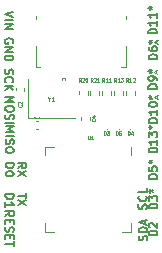
<source format=gto>
G04 #@! TF.GenerationSoftware,KiCad,Pcbnew,(5.1.12)-1*
G04 #@! TF.CreationDate,2022-08-19T23:51:52+09:00*
G04 #@! TF.ProjectId,main,6d61696e-2e6b-4696-9361-645f70636258,rev?*
G04 #@! TF.SameCoordinates,PX7e5ca20PY5e39180*
G04 #@! TF.FileFunction,Legend,Top*
G04 #@! TF.FilePolarity,Positive*
%FSLAX46Y46*%
G04 Gerber Fmt 4.6, Leading zero omitted, Abs format (unit mm)*
G04 Created by KiCad (PCBNEW (5.1.12)-1) date 2022-08-19 23:51:52*
%MOMM*%
%LPD*%
G01*
G04 APERTURE LIST*
%ADD10C,0.075000*%
%ADD11C,0.150000*%
%ADD12C,0.120000*%
%ADD13C,0.100000*%
%ADD14O,1.900000X1.900000*%
G04 APERTURE END LIST*
D10*
X14420000Y-3579047D02*
X14420000Y-3340952D01*
X14505714Y-3626666D02*
X14205714Y-3460000D01*
X14505714Y-3293333D01*
X14410000Y-6099047D02*
X14410000Y-5860952D01*
X14495714Y-6146666D02*
X14195714Y-5980000D01*
X14495714Y-5813333D01*
X14460000Y-8279047D02*
X14460000Y-8040952D01*
X14545714Y-8326666D02*
X14245714Y-8160000D01*
X14545714Y-7993333D01*
D11*
X14436666Y-2756666D02*
X13736666Y-2756666D01*
X13736666Y-2590000D01*
X13770000Y-2490000D01*
X13836666Y-2423333D01*
X13903333Y-2390000D01*
X14036666Y-2356666D01*
X14136666Y-2356666D01*
X14270000Y-2390000D01*
X14336666Y-2423333D01*
X14403333Y-2490000D01*
X14436666Y-2590000D01*
X14436666Y-2756666D01*
X14436666Y-1690000D02*
X14436666Y-2090000D01*
X14436666Y-1890000D02*
X13736666Y-1890000D01*
X13836666Y-1956666D01*
X13903333Y-2023333D01*
X13936666Y-2090000D01*
X14436666Y-1023333D02*
X14436666Y-1423333D01*
X14436666Y-1223333D02*
X13736666Y-1223333D01*
X13836666Y-1290000D01*
X13903333Y-1356666D01*
X13936666Y-1423333D01*
X13736666Y-623333D02*
X13903333Y-623333D01*
X13836666Y-790000D02*
X13903333Y-623333D01*
X13836666Y-456666D01*
X14036666Y-723333D02*
X13903333Y-623333D01*
X14036666Y-523333D01*
X14456666Y-4913333D02*
X13756666Y-4913333D01*
X13756666Y-4746666D01*
X13790000Y-4646666D01*
X13856666Y-4580000D01*
X13923333Y-4546666D01*
X14056666Y-4513333D01*
X14156666Y-4513333D01*
X14290000Y-4546666D01*
X14356666Y-4580000D01*
X14423333Y-4646666D01*
X14456666Y-4746666D01*
X14456666Y-4913333D01*
X13756666Y-3913333D02*
X13756666Y-4046666D01*
X13790000Y-4113333D01*
X13823333Y-4146666D01*
X13923333Y-4213333D01*
X14056666Y-4246666D01*
X14323333Y-4246666D01*
X14390000Y-4213333D01*
X14423333Y-4180000D01*
X14456666Y-4113333D01*
X14456666Y-3980000D01*
X14423333Y-3913333D01*
X14390000Y-3880000D01*
X14323333Y-3846666D01*
X14156666Y-3846666D01*
X14090000Y-3880000D01*
X14056666Y-3913333D01*
X14023333Y-3980000D01*
X14023333Y-4113333D01*
X14056666Y-4180000D01*
X14090000Y-4213333D01*
X14156666Y-4246666D01*
X13756666Y-3446666D02*
X13923333Y-3446666D01*
X13856666Y-3613333D02*
X13923333Y-3446666D01*
X13856666Y-3280000D01*
X14056666Y-3546666D02*
X13923333Y-3446666D01*
X14056666Y-3346666D01*
X14436666Y-7433333D02*
X13736666Y-7433333D01*
X13736666Y-7266666D01*
X13770000Y-7166666D01*
X13836666Y-7100000D01*
X13903333Y-7066666D01*
X14036666Y-7033333D01*
X14136666Y-7033333D01*
X14270000Y-7066666D01*
X14336666Y-7100000D01*
X14403333Y-7166666D01*
X14436666Y-7266666D01*
X14436666Y-7433333D01*
X14436666Y-6700000D02*
X14436666Y-6566666D01*
X14403333Y-6500000D01*
X14370000Y-6466666D01*
X14270000Y-6400000D01*
X14136666Y-6366666D01*
X13870000Y-6366666D01*
X13803333Y-6400000D01*
X13770000Y-6433333D01*
X13736666Y-6500000D01*
X13736666Y-6633333D01*
X13770000Y-6700000D01*
X13803333Y-6733333D01*
X13870000Y-6766666D01*
X14036666Y-6766666D01*
X14103333Y-6733333D01*
X14136666Y-6700000D01*
X14170000Y-6633333D01*
X14170000Y-6500000D01*
X14136666Y-6433333D01*
X14103333Y-6400000D01*
X14036666Y-6366666D01*
X13736666Y-5966666D02*
X13903333Y-5966666D01*
X13836666Y-6133333D02*
X13903333Y-5966666D01*
X13836666Y-5800000D01*
X14036666Y-6066666D02*
X13903333Y-5966666D01*
X14036666Y-5866666D01*
X14476666Y-10296666D02*
X13776666Y-10296666D01*
X13776666Y-10130000D01*
X13810000Y-10030000D01*
X13876666Y-9963333D01*
X13943333Y-9930000D01*
X14076666Y-9896666D01*
X14176666Y-9896666D01*
X14310000Y-9930000D01*
X14376666Y-9963333D01*
X14443333Y-10030000D01*
X14476666Y-10130000D01*
X14476666Y-10296666D01*
X14476666Y-9230000D02*
X14476666Y-9630000D01*
X14476666Y-9430000D02*
X13776666Y-9430000D01*
X13876666Y-9496666D01*
X13943333Y-9563333D01*
X13976666Y-9630000D01*
X13776666Y-8796666D02*
X13776666Y-8730000D01*
X13810000Y-8663333D01*
X13843333Y-8630000D01*
X13910000Y-8596666D01*
X14043333Y-8563333D01*
X14210000Y-8563333D01*
X14343333Y-8596666D01*
X14410000Y-8630000D01*
X14443333Y-8663333D01*
X14476666Y-8730000D01*
X14476666Y-8796666D01*
X14443333Y-8863333D01*
X14410000Y-8896666D01*
X14343333Y-8930000D01*
X14210000Y-8963333D01*
X14043333Y-8963333D01*
X13910000Y-8930000D01*
X13843333Y-8896666D01*
X13810000Y-8863333D01*
X13776666Y-8796666D01*
X13776666Y-8163333D02*
X13943333Y-8163333D01*
X13876666Y-8330000D02*
X13943333Y-8163333D01*
X13876666Y-7996666D01*
X14076666Y-8263333D02*
X13943333Y-8163333D01*
X14076666Y-8063333D01*
X14476666Y-12826666D02*
X13776666Y-12826666D01*
X13776666Y-12660000D01*
X13810000Y-12560000D01*
X13876666Y-12493333D01*
X13943333Y-12460000D01*
X14076666Y-12426666D01*
X14176666Y-12426666D01*
X14310000Y-12460000D01*
X14376666Y-12493333D01*
X14443333Y-12560000D01*
X14476666Y-12660000D01*
X14476666Y-12826666D01*
X14476666Y-11760000D02*
X14476666Y-12160000D01*
X14476666Y-11960000D02*
X13776666Y-11960000D01*
X13876666Y-12026666D01*
X13943333Y-12093333D01*
X13976666Y-12160000D01*
X13776666Y-11526666D02*
X13776666Y-11093333D01*
X14043333Y-11326666D01*
X14043333Y-11226666D01*
X14076666Y-11160000D01*
X14110000Y-11126666D01*
X14176666Y-11093333D01*
X14343333Y-11093333D01*
X14410000Y-11126666D01*
X14443333Y-11160000D01*
X14476666Y-11226666D01*
X14476666Y-11426666D01*
X14443333Y-11493333D01*
X14410000Y-11526666D01*
X13776666Y-10693333D02*
X13943333Y-10693333D01*
X13876666Y-10860000D02*
X13943333Y-10693333D01*
X13876666Y-10526666D01*
X14076666Y-10793333D02*
X13943333Y-10693333D01*
X14076666Y-10593333D01*
X14466666Y-15063333D02*
X13766666Y-15063333D01*
X13766666Y-14896666D01*
X13800000Y-14796666D01*
X13866666Y-14730000D01*
X13933333Y-14696666D01*
X14066666Y-14663333D01*
X14166666Y-14663333D01*
X14300000Y-14696666D01*
X14366666Y-14730000D01*
X14433333Y-14796666D01*
X14466666Y-14896666D01*
X14466666Y-15063333D01*
X13766666Y-14030000D02*
X13766666Y-14363333D01*
X14100000Y-14396666D01*
X14066666Y-14363333D01*
X14033333Y-14296666D01*
X14033333Y-14130000D01*
X14066666Y-14063333D01*
X14100000Y-14030000D01*
X14166666Y-13996666D01*
X14333333Y-13996666D01*
X14400000Y-14030000D01*
X14433333Y-14063333D01*
X14466666Y-14130000D01*
X14466666Y-14296666D01*
X14433333Y-14363333D01*
X14400000Y-14396666D01*
X13766666Y-13596666D02*
X13933333Y-13596666D01*
X13866666Y-13763333D02*
X13933333Y-13596666D01*
X13866666Y-13430000D01*
X14066666Y-13696666D02*
X13933333Y-13596666D01*
X14066666Y-13496666D01*
X13563333Y-17613333D02*
X13596666Y-17513333D01*
X13596666Y-17346666D01*
X13563333Y-17280000D01*
X13530000Y-17246666D01*
X13463333Y-17213333D01*
X13396666Y-17213333D01*
X13330000Y-17246666D01*
X13296666Y-17280000D01*
X13263333Y-17346666D01*
X13230000Y-17480000D01*
X13196666Y-17546666D01*
X13163333Y-17580000D01*
X13096666Y-17613333D01*
X13030000Y-17613333D01*
X12963333Y-17580000D01*
X12930000Y-17546666D01*
X12896666Y-17480000D01*
X12896666Y-17313333D01*
X12930000Y-17213333D01*
X13530000Y-16513333D02*
X13563333Y-16546666D01*
X13596666Y-16646666D01*
X13596666Y-16713333D01*
X13563333Y-16813333D01*
X13496666Y-16880000D01*
X13430000Y-16913333D01*
X13296666Y-16946666D01*
X13196666Y-16946666D01*
X13063333Y-16913333D01*
X12996666Y-16880000D01*
X12930000Y-16813333D01*
X12896666Y-16713333D01*
X12896666Y-16646666D01*
X12930000Y-16546666D01*
X12963333Y-16513333D01*
X13596666Y-15880000D02*
X13596666Y-16213333D01*
X12896666Y-16213333D01*
X14496666Y-17553333D02*
X13796666Y-17553333D01*
X13796666Y-17386666D01*
X13830000Y-17286666D01*
X13896666Y-17220000D01*
X13963333Y-17186666D01*
X14096666Y-17153333D01*
X14196666Y-17153333D01*
X14330000Y-17186666D01*
X14396666Y-17220000D01*
X14463333Y-17286666D01*
X14496666Y-17386666D01*
X14496666Y-17553333D01*
X13796666Y-16920000D02*
X13796666Y-16486666D01*
X14063333Y-16720000D01*
X14063333Y-16620000D01*
X14096666Y-16553333D01*
X14130000Y-16520000D01*
X14196666Y-16486666D01*
X14363333Y-16486666D01*
X14430000Y-16520000D01*
X14463333Y-16553333D01*
X14496666Y-16620000D01*
X14496666Y-16820000D01*
X14463333Y-16886666D01*
X14430000Y-16920000D01*
X13796666Y-16086666D02*
X13963333Y-16086666D01*
X13896666Y-16253333D02*
X13963333Y-16086666D01*
X13896666Y-15920000D01*
X14096666Y-16186666D02*
X13963333Y-16086666D01*
X14096666Y-15986666D01*
X1633333Y-16373333D02*
X2333333Y-16373333D01*
X2333333Y-16540000D01*
X2300000Y-16640000D01*
X2233333Y-16706666D01*
X2166666Y-16740000D01*
X2033333Y-16773333D01*
X1933333Y-16773333D01*
X1800000Y-16740000D01*
X1733333Y-16706666D01*
X1666666Y-16640000D01*
X1633333Y-16540000D01*
X1633333Y-16373333D01*
X1633333Y-17440000D02*
X1633333Y-17040000D01*
X1633333Y-17240000D02*
X2333333Y-17240000D01*
X2233333Y-17173333D01*
X2166666Y-17106666D01*
X2133333Y-17040000D01*
X1643333Y-13763333D02*
X2343333Y-13763333D01*
X2343333Y-13930000D01*
X2310000Y-14030000D01*
X2243333Y-14096666D01*
X2176666Y-14130000D01*
X2043333Y-14163333D01*
X1943333Y-14163333D01*
X1810000Y-14130000D01*
X1743333Y-14096666D01*
X1676666Y-14030000D01*
X1643333Y-13930000D01*
X1643333Y-13763333D01*
X2343333Y-14596666D02*
X2343333Y-14663333D01*
X2310000Y-14730000D01*
X2276666Y-14763333D01*
X2210000Y-14796666D01*
X2076666Y-14830000D01*
X1910000Y-14830000D01*
X1776666Y-14796666D01*
X1710000Y-14763333D01*
X1676666Y-14730000D01*
X1643333Y-14663333D01*
X1643333Y-14596666D01*
X1676666Y-14530000D01*
X1710000Y-14496666D01*
X1776666Y-14463333D01*
X1910000Y-14430000D01*
X2076666Y-14430000D01*
X2210000Y-14463333D01*
X2276666Y-14496666D01*
X2310000Y-14530000D01*
X2343333Y-14596666D01*
X13583333Y-20280000D02*
X13616666Y-20180000D01*
X13616666Y-20013333D01*
X13583333Y-19946666D01*
X13550000Y-19913333D01*
X13483333Y-19880000D01*
X13416666Y-19880000D01*
X13350000Y-19913333D01*
X13316666Y-19946666D01*
X13283333Y-20013333D01*
X13250000Y-20146666D01*
X13216666Y-20213333D01*
X13183333Y-20246666D01*
X13116666Y-20280000D01*
X13050000Y-20280000D01*
X12983333Y-20246666D01*
X12950000Y-20213333D01*
X12916666Y-20146666D01*
X12916666Y-19980000D01*
X12950000Y-19880000D01*
X13616666Y-19580000D02*
X12916666Y-19580000D01*
X12916666Y-19413333D01*
X12950000Y-19313333D01*
X13016666Y-19246666D01*
X13083333Y-19213333D01*
X13216666Y-19180000D01*
X13316666Y-19180000D01*
X13450000Y-19213333D01*
X13516666Y-19246666D01*
X13583333Y-19313333D01*
X13616666Y-19413333D01*
X13616666Y-19580000D01*
X13416666Y-18913333D02*
X13416666Y-18580000D01*
X13616666Y-18980000D02*
X12916666Y-18746666D01*
X13616666Y-18513333D01*
X14476666Y-19846666D02*
X13776666Y-19846666D01*
X13776666Y-19680000D01*
X13810000Y-19580000D01*
X13876666Y-19513333D01*
X13943333Y-19480000D01*
X14076666Y-19446666D01*
X14176666Y-19446666D01*
X14310000Y-19480000D01*
X14376666Y-19513333D01*
X14443333Y-19580000D01*
X14476666Y-19680000D01*
X14476666Y-19846666D01*
X13843333Y-19180000D02*
X13810000Y-19146666D01*
X13776666Y-19080000D01*
X13776666Y-18913333D01*
X13810000Y-18846666D01*
X13843333Y-18813333D01*
X13910000Y-18780000D01*
X13976666Y-18780000D01*
X14076666Y-18813333D01*
X14476666Y-19213333D01*
X14476666Y-18780000D01*
X1633333Y-18223333D02*
X1966666Y-17990000D01*
X1633333Y-17823333D02*
X2333333Y-17823333D01*
X2333333Y-18090000D01*
X2300000Y-18156666D01*
X2266666Y-18190000D01*
X2200000Y-18223333D01*
X2100000Y-18223333D01*
X2033333Y-18190000D01*
X2000000Y-18156666D01*
X1966666Y-18090000D01*
X1966666Y-17823333D01*
X2000000Y-18523333D02*
X2000000Y-18756666D01*
X1633333Y-18856666D02*
X1633333Y-18523333D01*
X2333333Y-18523333D01*
X2333333Y-18856666D01*
X1666666Y-19123333D02*
X1633333Y-19223333D01*
X1633333Y-19390000D01*
X1666666Y-19456666D01*
X1700000Y-19490000D01*
X1766666Y-19523333D01*
X1833333Y-19523333D01*
X1900000Y-19490000D01*
X1933333Y-19456666D01*
X1966666Y-19390000D01*
X2000000Y-19256666D01*
X2033333Y-19190000D01*
X2066666Y-19156666D01*
X2133333Y-19123333D01*
X2200000Y-19123333D01*
X2266666Y-19156666D01*
X2300000Y-19190000D01*
X2333333Y-19256666D01*
X2333333Y-19423333D01*
X2300000Y-19523333D01*
X2000000Y-19823333D02*
X2000000Y-20056666D01*
X1633333Y-20156666D02*
X1633333Y-19823333D01*
X2333333Y-19823333D01*
X2333333Y-20156666D01*
X2333333Y-20356666D02*
X2333333Y-20756666D01*
X1633333Y-20556666D02*
X2333333Y-20556666D01*
X3353333Y-16286666D02*
X3353333Y-16686666D01*
X2653333Y-16486666D02*
X3353333Y-16486666D01*
X3353333Y-16853333D02*
X2653333Y-17320000D01*
X3353333Y-17320000D02*
X2653333Y-16853333D01*
X2673333Y-14153333D02*
X3006666Y-13920000D01*
X2673333Y-13753333D02*
X3373333Y-13753333D01*
X3373333Y-14020000D01*
X3340000Y-14086666D01*
X3306666Y-14120000D01*
X3240000Y-14153333D01*
X3140000Y-14153333D01*
X3073333Y-14120000D01*
X3040000Y-14086666D01*
X3006666Y-14020000D01*
X3006666Y-13753333D01*
X3373333Y-14386666D02*
X2673333Y-14853333D01*
X3373333Y-14853333D02*
X2673333Y-14386666D01*
X1643333Y-10630000D02*
X2343333Y-10630000D01*
X1843333Y-10863333D01*
X2343333Y-11096666D01*
X1643333Y-11096666D01*
X1643333Y-11430000D02*
X2343333Y-11430000D01*
X1676666Y-11730000D02*
X1643333Y-11830000D01*
X1643333Y-11996666D01*
X1676666Y-12063333D01*
X1710000Y-12096666D01*
X1776666Y-12130000D01*
X1843333Y-12130000D01*
X1910000Y-12096666D01*
X1943333Y-12063333D01*
X1976666Y-11996666D01*
X2010000Y-11863333D01*
X2043333Y-11796666D01*
X2076666Y-11763333D01*
X2143333Y-11730000D01*
X2210000Y-11730000D01*
X2276666Y-11763333D01*
X2310000Y-11796666D01*
X2343333Y-11863333D01*
X2343333Y-12030000D01*
X2310000Y-12130000D01*
X2343333Y-12563333D02*
X2343333Y-12696666D01*
X2310000Y-12763333D01*
X2243333Y-12830000D01*
X2110000Y-12863333D01*
X1876666Y-12863333D01*
X1743333Y-12830000D01*
X1676666Y-12763333D01*
X1643333Y-12696666D01*
X1643333Y-12563333D01*
X1676666Y-12496666D01*
X1743333Y-12430000D01*
X1876666Y-12396666D01*
X2110000Y-12396666D01*
X2243333Y-12430000D01*
X2310000Y-12496666D01*
X2343333Y-12563333D01*
X1633333Y-8130000D02*
X2333333Y-8130000D01*
X1833333Y-8363333D01*
X2333333Y-8596666D01*
X1633333Y-8596666D01*
X2333333Y-9063333D02*
X2333333Y-9196666D01*
X2300000Y-9263333D01*
X2233333Y-9330000D01*
X2100000Y-9363333D01*
X1866666Y-9363333D01*
X1733333Y-9330000D01*
X1666666Y-9263333D01*
X1633333Y-9196666D01*
X1633333Y-9063333D01*
X1666666Y-8996666D01*
X1733333Y-8930000D01*
X1866666Y-8896666D01*
X2100000Y-8896666D01*
X2233333Y-8930000D01*
X2300000Y-8996666D01*
X2333333Y-9063333D01*
X1666666Y-9630000D02*
X1633333Y-9730000D01*
X1633333Y-9896666D01*
X1666666Y-9963333D01*
X1700000Y-9996666D01*
X1766666Y-10030000D01*
X1833333Y-10030000D01*
X1900000Y-9996666D01*
X1933333Y-9963333D01*
X1966666Y-9896666D01*
X2000000Y-9763333D01*
X2033333Y-9696666D01*
X2066666Y-9663333D01*
X2133333Y-9630000D01*
X2200000Y-9630000D01*
X2266666Y-9663333D01*
X2300000Y-9696666D01*
X2333333Y-9763333D01*
X2333333Y-9930000D01*
X2300000Y-10030000D01*
X1633333Y-10330000D02*
X2333333Y-10330000D01*
X1626666Y-5780000D02*
X1593333Y-5880000D01*
X1593333Y-6046666D01*
X1626666Y-6113333D01*
X1660000Y-6146666D01*
X1726666Y-6180000D01*
X1793333Y-6180000D01*
X1860000Y-6146666D01*
X1893333Y-6113333D01*
X1926666Y-6046666D01*
X1960000Y-5913333D01*
X1993333Y-5846666D01*
X2026666Y-5813333D01*
X2093333Y-5780000D01*
X2160000Y-5780000D01*
X2226666Y-5813333D01*
X2260000Y-5846666D01*
X2293333Y-5913333D01*
X2293333Y-6080000D01*
X2260000Y-6180000D01*
X1660000Y-6880000D02*
X1626666Y-6846666D01*
X1593333Y-6746666D01*
X1593333Y-6680000D01*
X1626666Y-6580000D01*
X1693333Y-6513333D01*
X1760000Y-6480000D01*
X1893333Y-6446666D01*
X1993333Y-6446666D01*
X2126666Y-6480000D01*
X2193333Y-6513333D01*
X2260000Y-6580000D01*
X2293333Y-6680000D01*
X2293333Y-6746666D01*
X2260000Y-6846666D01*
X2226666Y-6880000D01*
X1593333Y-7180000D02*
X2293333Y-7180000D01*
X1593333Y-7580000D02*
X1993333Y-7280000D01*
X2293333Y-7580000D02*
X1893333Y-7180000D01*
X2240000Y-3576666D02*
X2273333Y-3510000D01*
X2273333Y-3410000D01*
X2240000Y-3310000D01*
X2173333Y-3243333D01*
X2106666Y-3210000D01*
X1973333Y-3176666D01*
X1873333Y-3176666D01*
X1740000Y-3210000D01*
X1673333Y-3243333D01*
X1606666Y-3310000D01*
X1573333Y-3410000D01*
X1573333Y-3476666D01*
X1606666Y-3576666D01*
X1640000Y-3610000D01*
X1873333Y-3610000D01*
X1873333Y-3476666D01*
X1573333Y-3910000D02*
X2273333Y-3910000D01*
X1573333Y-4310000D01*
X2273333Y-4310000D01*
X1573333Y-4643333D02*
X2273333Y-4643333D01*
X2273333Y-4810000D01*
X2240000Y-4910000D01*
X2173333Y-4976666D01*
X2106666Y-5010000D01*
X1973333Y-5043333D01*
X1873333Y-5043333D01*
X1740000Y-5010000D01*
X1673333Y-4976666D01*
X1606666Y-4910000D01*
X1573333Y-4810000D01*
X1573333Y-4643333D01*
X2293333Y-913333D02*
X1593333Y-1146666D01*
X2293333Y-1380000D01*
X1593333Y-1613333D02*
X2293333Y-1613333D01*
X1593333Y-1946666D02*
X2293333Y-1946666D01*
X1593333Y-2346666D01*
X2293333Y-2346666D01*
D12*
G04 #@! TO.C,C2*
X3220000Y-7597836D02*
X3220000Y-7382164D01*
X2500000Y-7597836D02*
X2500000Y-7382164D01*
G04 #@! TO.C,U1*
X12240000Y-13055000D02*
X12240000Y-12330000D01*
X5020000Y-19550000D02*
X5745000Y-19550000D01*
X5020000Y-18825000D02*
X5020000Y-19550000D01*
X5020000Y-12330000D02*
X5745000Y-12330000D01*
X5020000Y-13055000D02*
X5020000Y-12330000D01*
X12240000Y-19550000D02*
X11515000Y-19550000D01*
X12240000Y-18825000D02*
X12240000Y-19550000D01*
G04 #@! TO.C,R21*
X9580000Y-7953641D02*
X9580000Y-7646359D01*
X8820000Y-7953641D02*
X8820000Y-7646359D01*
G04 #@! TO.C,R20*
X8580000Y-7953641D02*
X8580000Y-7646359D01*
X7820000Y-7953641D02*
X7820000Y-7646359D01*
G04 #@! TO.C,R13*
X11580000Y-7953641D02*
X11580000Y-7646359D01*
X10820000Y-7953641D02*
X10820000Y-7646359D01*
G04 #@! TO.C,R12*
X12580000Y-7953641D02*
X12580000Y-7646359D01*
X11820000Y-7953641D02*
X11820000Y-7646359D01*
G04 #@! TO.C,R11*
X10580000Y-7953641D02*
X10580000Y-7646359D01*
X9820000Y-7953641D02*
X9820000Y-7646359D01*
D13*
G04 #@! TO.C,D5*
X11250000Y-10890000D02*
G75*
G03*
X11250000Y-10890000I-50000J0D01*
G01*
G04 #@! TO.C,D4*
X12250000Y-10890000D02*
G75*
G03*
X12250000Y-10890000I-50000J0D01*
G01*
G04 #@! TO.C,D3*
X10250000Y-10890000D02*
G75*
G03*
X10250000Y-10890000I-50000J0D01*
G01*
D12*
G04 #@! TO.C,C4*
X8760000Y-10057836D02*
X8760000Y-9842164D01*
X8040000Y-10057836D02*
X8040000Y-9842164D01*
G04 #@! TO.C,C1*
X4212164Y-10860000D02*
X4427836Y-10860000D01*
X4212164Y-10140000D02*
X4427836Y-10140000D01*
G04 #@! TO.C,J2*
X11810000Y-1300000D02*
X11810000Y-1560000D01*
X11810000Y-3840000D02*
X11810000Y-5610000D01*
X11810000Y-5610000D02*
X11430000Y-5610000D01*
X4190000Y-5610000D02*
X4190000Y-3840000D01*
X4190000Y-1560000D02*
X4190000Y-1300000D01*
X4190000Y-5610000D02*
X4570000Y-5610000D01*
G04 #@! TO.C,Y1*
X3500000Y-9950000D02*
X7500000Y-9950000D01*
X3500000Y-6650000D02*
X3500000Y-9950000D01*
G04 #@! TO.C,C2*
D10*
X2977142Y-8810000D02*
X2991428Y-8824285D01*
X3005714Y-8867142D01*
X3005714Y-8895714D01*
X2991428Y-8938571D01*
X2962857Y-8967142D01*
X2934285Y-8981428D01*
X2877142Y-8995714D01*
X2834285Y-8995714D01*
X2777142Y-8981428D01*
X2748571Y-8967142D01*
X2720000Y-8938571D01*
X2705714Y-8895714D01*
X2705714Y-8867142D01*
X2720000Y-8824285D01*
X2734285Y-8810000D01*
X2734285Y-8695714D02*
X2720000Y-8681428D01*
X2705714Y-8652857D01*
X2705714Y-8581428D01*
X2720000Y-8552857D01*
X2734285Y-8538571D01*
X2762857Y-8524285D01*
X2791428Y-8524285D01*
X2834285Y-8538571D01*
X3005714Y-8710000D01*
X3005714Y-8524285D01*
G04 #@! TO.C,U1*
X8601428Y-11425714D02*
X8601428Y-11668571D01*
X8615714Y-11697142D01*
X8630000Y-11711428D01*
X8658571Y-11725714D01*
X8715714Y-11725714D01*
X8744285Y-11711428D01*
X8758571Y-11697142D01*
X8772857Y-11668571D01*
X8772857Y-11425714D01*
X9072857Y-11725714D02*
X8901428Y-11725714D01*
X8987142Y-11725714D02*
X8987142Y-11425714D01*
X8958571Y-11468571D01*
X8930000Y-11497142D01*
X8901428Y-11511428D01*
G04 #@! TO.C,R21*
X9007142Y-6835714D02*
X8907142Y-6692857D01*
X8835714Y-6835714D02*
X8835714Y-6535714D01*
X8950000Y-6535714D01*
X8978571Y-6550000D01*
X8992857Y-6564285D01*
X9007142Y-6592857D01*
X9007142Y-6635714D01*
X8992857Y-6664285D01*
X8978571Y-6678571D01*
X8950000Y-6692857D01*
X8835714Y-6692857D01*
X9121428Y-6564285D02*
X9135714Y-6550000D01*
X9164285Y-6535714D01*
X9235714Y-6535714D01*
X9264285Y-6550000D01*
X9278571Y-6564285D01*
X9292857Y-6592857D01*
X9292857Y-6621428D01*
X9278571Y-6664285D01*
X9107142Y-6835714D01*
X9292857Y-6835714D01*
X9578571Y-6835714D02*
X9407142Y-6835714D01*
X9492857Y-6835714D02*
X9492857Y-6535714D01*
X9464285Y-6578571D01*
X9435714Y-6607142D01*
X9407142Y-6621428D01*
G04 #@! TO.C,R20*
X8007142Y-6835714D02*
X7907142Y-6692857D01*
X7835714Y-6835714D02*
X7835714Y-6535714D01*
X7950000Y-6535714D01*
X7978571Y-6550000D01*
X7992857Y-6564285D01*
X8007142Y-6592857D01*
X8007142Y-6635714D01*
X7992857Y-6664285D01*
X7978571Y-6678571D01*
X7950000Y-6692857D01*
X7835714Y-6692857D01*
X8121428Y-6564285D02*
X8135714Y-6550000D01*
X8164285Y-6535714D01*
X8235714Y-6535714D01*
X8264285Y-6550000D01*
X8278571Y-6564285D01*
X8292857Y-6592857D01*
X8292857Y-6621428D01*
X8278571Y-6664285D01*
X8107142Y-6835714D01*
X8292857Y-6835714D01*
X8478571Y-6535714D02*
X8507142Y-6535714D01*
X8535714Y-6550000D01*
X8550000Y-6564285D01*
X8564285Y-6592857D01*
X8578571Y-6650000D01*
X8578571Y-6721428D01*
X8564285Y-6778571D01*
X8550000Y-6807142D01*
X8535714Y-6821428D01*
X8507142Y-6835714D01*
X8478571Y-6835714D01*
X8450000Y-6821428D01*
X8435714Y-6807142D01*
X8421428Y-6778571D01*
X8407142Y-6721428D01*
X8407142Y-6650000D01*
X8421428Y-6592857D01*
X8435714Y-6564285D01*
X8450000Y-6550000D01*
X8478571Y-6535714D01*
G04 #@! TO.C,R13*
X11007142Y-6835714D02*
X10907142Y-6692857D01*
X10835714Y-6835714D02*
X10835714Y-6535714D01*
X10950000Y-6535714D01*
X10978571Y-6550000D01*
X10992857Y-6564285D01*
X11007142Y-6592857D01*
X11007142Y-6635714D01*
X10992857Y-6664285D01*
X10978571Y-6678571D01*
X10950000Y-6692857D01*
X10835714Y-6692857D01*
X11292857Y-6835714D02*
X11121428Y-6835714D01*
X11207142Y-6835714D02*
X11207142Y-6535714D01*
X11178571Y-6578571D01*
X11150000Y-6607142D01*
X11121428Y-6621428D01*
X11392857Y-6535714D02*
X11578571Y-6535714D01*
X11478571Y-6650000D01*
X11521428Y-6650000D01*
X11550000Y-6664285D01*
X11564285Y-6678571D01*
X11578571Y-6707142D01*
X11578571Y-6778571D01*
X11564285Y-6807142D01*
X11550000Y-6821428D01*
X11521428Y-6835714D01*
X11435714Y-6835714D01*
X11407142Y-6821428D01*
X11392857Y-6807142D01*
G04 #@! TO.C,R12*
X12007142Y-6835714D02*
X11907142Y-6692857D01*
X11835714Y-6835714D02*
X11835714Y-6535714D01*
X11950000Y-6535714D01*
X11978571Y-6550000D01*
X11992857Y-6564285D01*
X12007142Y-6592857D01*
X12007142Y-6635714D01*
X11992857Y-6664285D01*
X11978571Y-6678571D01*
X11950000Y-6692857D01*
X11835714Y-6692857D01*
X12292857Y-6835714D02*
X12121428Y-6835714D01*
X12207142Y-6835714D02*
X12207142Y-6535714D01*
X12178571Y-6578571D01*
X12150000Y-6607142D01*
X12121428Y-6621428D01*
X12407142Y-6564285D02*
X12421428Y-6550000D01*
X12450000Y-6535714D01*
X12521428Y-6535714D01*
X12550000Y-6550000D01*
X12564285Y-6564285D01*
X12578571Y-6592857D01*
X12578571Y-6621428D01*
X12564285Y-6664285D01*
X12392857Y-6835714D01*
X12578571Y-6835714D01*
G04 #@! TO.C,R11*
X10007142Y-6835714D02*
X9907142Y-6692857D01*
X9835714Y-6835714D02*
X9835714Y-6535714D01*
X9950000Y-6535714D01*
X9978571Y-6550000D01*
X9992857Y-6564285D01*
X10007142Y-6592857D01*
X10007142Y-6635714D01*
X9992857Y-6664285D01*
X9978571Y-6678571D01*
X9950000Y-6692857D01*
X9835714Y-6692857D01*
X10292857Y-6835714D02*
X10121428Y-6835714D01*
X10207142Y-6835714D02*
X10207142Y-6535714D01*
X10178571Y-6578571D01*
X10150000Y-6607142D01*
X10121428Y-6621428D01*
X10578571Y-6835714D02*
X10407142Y-6835714D01*
X10492857Y-6835714D02*
X10492857Y-6535714D01*
X10464285Y-6578571D01*
X10435714Y-6607142D01*
X10407142Y-6621428D01*
G04 #@! TO.C,D5*
X10978571Y-11335714D02*
X10978571Y-11035714D01*
X11050000Y-11035714D01*
X11092857Y-11050000D01*
X11121428Y-11078571D01*
X11135714Y-11107142D01*
X11150000Y-11164285D01*
X11150000Y-11207142D01*
X11135714Y-11264285D01*
X11121428Y-11292857D01*
X11092857Y-11321428D01*
X11050000Y-11335714D01*
X10978571Y-11335714D01*
X11421428Y-11035714D02*
X11278571Y-11035714D01*
X11264285Y-11178571D01*
X11278571Y-11164285D01*
X11307142Y-11150000D01*
X11378571Y-11150000D01*
X11407142Y-11164285D01*
X11421428Y-11178571D01*
X11435714Y-11207142D01*
X11435714Y-11278571D01*
X11421428Y-11307142D01*
X11407142Y-11321428D01*
X11378571Y-11335714D01*
X11307142Y-11335714D01*
X11278571Y-11321428D01*
X11264285Y-11307142D01*
G04 #@! TO.C,D4*
X11978571Y-11335714D02*
X11978571Y-11035714D01*
X12050000Y-11035714D01*
X12092857Y-11050000D01*
X12121428Y-11078571D01*
X12135714Y-11107142D01*
X12150000Y-11164285D01*
X12150000Y-11207142D01*
X12135714Y-11264285D01*
X12121428Y-11292857D01*
X12092857Y-11321428D01*
X12050000Y-11335714D01*
X11978571Y-11335714D01*
X12407142Y-11135714D02*
X12407142Y-11335714D01*
X12335714Y-11021428D02*
X12264285Y-11235714D01*
X12450000Y-11235714D01*
G04 #@! TO.C,D3*
X9978571Y-11335714D02*
X9978571Y-11035714D01*
X10050000Y-11035714D01*
X10092857Y-11050000D01*
X10121428Y-11078571D01*
X10135714Y-11107142D01*
X10150000Y-11164285D01*
X10150000Y-11207142D01*
X10135714Y-11264285D01*
X10121428Y-11292857D01*
X10092857Y-11321428D01*
X10050000Y-11335714D01*
X9978571Y-11335714D01*
X10250000Y-11035714D02*
X10435714Y-11035714D01*
X10335714Y-11150000D01*
X10378571Y-11150000D01*
X10407142Y-11164285D01*
X10421428Y-11178571D01*
X10435714Y-11207142D01*
X10435714Y-11278571D01*
X10421428Y-11307142D01*
X10407142Y-11321428D01*
X10378571Y-11335714D01*
X10292857Y-11335714D01*
X10264285Y-11321428D01*
X10250000Y-11307142D01*
G04 #@! TO.C,C4*
X9207142Y-10000000D02*
X9221428Y-10014285D01*
X9235714Y-10057142D01*
X9235714Y-10085714D01*
X9221428Y-10128571D01*
X9192857Y-10157142D01*
X9164285Y-10171428D01*
X9107142Y-10185714D01*
X9064285Y-10185714D01*
X9007142Y-10171428D01*
X8978571Y-10157142D01*
X8950000Y-10128571D01*
X8935714Y-10085714D01*
X8935714Y-10057142D01*
X8950000Y-10014285D01*
X8964285Y-10000000D01*
X9035714Y-9742857D02*
X9235714Y-9742857D01*
X8921428Y-9814285D02*
X9135714Y-9885714D01*
X9135714Y-9700000D01*
G04 #@! TO.C,C1*
X4270000Y-9907142D02*
X4255714Y-9921428D01*
X4212857Y-9935714D01*
X4184285Y-9935714D01*
X4141428Y-9921428D01*
X4112857Y-9892857D01*
X4098571Y-9864285D01*
X4084285Y-9807142D01*
X4084285Y-9764285D01*
X4098571Y-9707142D01*
X4112857Y-9678571D01*
X4141428Y-9650000D01*
X4184285Y-9635714D01*
X4212857Y-9635714D01*
X4255714Y-9650000D01*
X4270000Y-9664285D01*
X4555714Y-9935714D02*
X4384285Y-9935714D01*
X4470000Y-9935714D02*
X4470000Y-9635714D01*
X4441428Y-9678571D01*
X4412857Y-9707142D01*
X4384285Y-9721428D01*
G04 #@! TO.C,J2*
X6400000Y-6535714D02*
X6400000Y-6750000D01*
X6385714Y-6792857D01*
X6357142Y-6821428D01*
X6314285Y-6835714D01*
X6285714Y-6835714D01*
X6528571Y-6564285D02*
X6542857Y-6550000D01*
X6571428Y-6535714D01*
X6642857Y-6535714D01*
X6671428Y-6550000D01*
X6685714Y-6564285D01*
X6700000Y-6592857D01*
X6700000Y-6621428D01*
X6685714Y-6664285D01*
X6514285Y-6835714D01*
X6700000Y-6835714D01*
G04 #@! TO.C,Y1*
X5357142Y-8292857D02*
X5357142Y-8435714D01*
X5257142Y-8135714D02*
X5357142Y-8292857D01*
X5457142Y-8135714D01*
X5714285Y-8435714D02*
X5542857Y-8435714D01*
X5628571Y-8435714D02*
X5628571Y-8135714D01*
X5600000Y-8178571D01*
X5571428Y-8207142D01*
X5542857Y-8221428D01*
G04 #@! TD*
%LPC*%
G04 #@! TO.C,C2*
G36*
G01*
X3080000Y-7390000D02*
X2640000Y-7390000D01*
G75*
G02*
X2450000Y-7200000I0J190000D01*
G01*
X2450000Y-6820000D01*
G75*
G02*
X2640000Y-6630000I190000J0D01*
G01*
X3080000Y-6630000D01*
G75*
G02*
X3270000Y-6820000I0J-190000D01*
G01*
X3270000Y-7200000D01*
G75*
G02*
X3080000Y-7390000I-190000J0D01*
G01*
G37*
G36*
G01*
X3080000Y-8350000D02*
X2640000Y-8350000D01*
G75*
G02*
X2450000Y-8160000I0J190000D01*
G01*
X2450000Y-7780000D01*
G75*
G02*
X2640000Y-7590000I190000J0D01*
G01*
X3080000Y-7590000D01*
G75*
G02*
X3270000Y-7780000I0J-190000D01*
G01*
X3270000Y-8160000D01*
G75*
G02*
X3080000Y-8350000I-190000J0D01*
G01*
G37*
G04 #@! TD*
G04 #@! TO.C,U1*
G36*
G01*
X6030000Y-13240000D02*
X11230000Y-13240000D01*
G75*
G02*
X11330000Y-13340000I0J-100000D01*
G01*
X11330000Y-18540000D01*
G75*
G02*
X11230000Y-18640000I-100000J0D01*
G01*
X6030000Y-18640000D01*
G75*
G02*
X5930000Y-18540000I0J100000D01*
G01*
X5930000Y-13340000D01*
G75*
G02*
X6030000Y-13240000I100000J0D01*
G01*
G37*
G36*
G01*
X11442500Y-13215000D02*
X12492500Y-13215000D01*
G75*
G02*
X12605000Y-13327500I0J-112500D01*
G01*
X12605000Y-13552500D01*
G75*
G02*
X12492500Y-13665000I-112500J0D01*
G01*
X11442500Y-13665000D01*
G75*
G02*
X11330000Y-13552500I0J112500D01*
G01*
X11330000Y-13327500D01*
G75*
G02*
X11442500Y-13215000I112500J0D01*
G01*
G37*
G36*
G01*
X11442500Y-13715000D02*
X12492500Y-13715000D01*
G75*
G02*
X12605000Y-13827500I0J-112500D01*
G01*
X12605000Y-14052500D01*
G75*
G02*
X12492500Y-14165000I-112500J0D01*
G01*
X11442500Y-14165000D01*
G75*
G02*
X11330000Y-14052500I0J112500D01*
G01*
X11330000Y-13827500D01*
G75*
G02*
X11442500Y-13715000I112500J0D01*
G01*
G37*
G36*
G01*
X11442500Y-14215000D02*
X12492500Y-14215000D01*
G75*
G02*
X12605000Y-14327500I0J-112500D01*
G01*
X12605000Y-14552500D01*
G75*
G02*
X12492500Y-14665000I-112500J0D01*
G01*
X11442500Y-14665000D01*
G75*
G02*
X11330000Y-14552500I0J112500D01*
G01*
X11330000Y-14327500D01*
G75*
G02*
X11442500Y-14215000I112500J0D01*
G01*
G37*
G36*
G01*
X11442500Y-14715000D02*
X12492500Y-14715000D01*
G75*
G02*
X12605000Y-14827500I0J-112500D01*
G01*
X12605000Y-15052500D01*
G75*
G02*
X12492500Y-15165000I-112500J0D01*
G01*
X11442500Y-15165000D01*
G75*
G02*
X11330000Y-15052500I0J112500D01*
G01*
X11330000Y-14827500D01*
G75*
G02*
X11442500Y-14715000I112500J0D01*
G01*
G37*
G36*
G01*
X11442500Y-15215000D02*
X12492500Y-15215000D01*
G75*
G02*
X12605000Y-15327500I0J-112500D01*
G01*
X12605000Y-15552500D01*
G75*
G02*
X12492500Y-15665000I-112500J0D01*
G01*
X11442500Y-15665000D01*
G75*
G02*
X11330000Y-15552500I0J112500D01*
G01*
X11330000Y-15327500D01*
G75*
G02*
X11442500Y-15215000I112500J0D01*
G01*
G37*
G36*
G01*
X11442500Y-15715000D02*
X12492500Y-15715000D01*
G75*
G02*
X12605000Y-15827500I0J-112500D01*
G01*
X12605000Y-16052500D01*
G75*
G02*
X12492500Y-16165000I-112500J0D01*
G01*
X11442500Y-16165000D01*
G75*
G02*
X11330000Y-16052500I0J112500D01*
G01*
X11330000Y-15827500D01*
G75*
G02*
X11442500Y-15715000I112500J0D01*
G01*
G37*
G36*
G01*
X11442500Y-16215000D02*
X12492500Y-16215000D01*
G75*
G02*
X12605000Y-16327500I0J-112500D01*
G01*
X12605000Y-16552500D01*
G75*
G02*
X12492500Y-16665000I-112500J0D01*
G01*
X11442500Y-16665000D01*
G75*
G02*
X11330000Y-16552500I0J112500D01*
G01*
X11330000Y-16327500D01*
G75*
G02*
X11442500Y-16215000I112500J0D01*
G01*
G37*
G36*
G01*
X11442500Y-16715000D02*
X12492500Y-16715000D01*
G75*
G02*
X12605000Y-16827500I0J-112500D01*
G01*
X12605000Y-17052500D01*
G75*
G02*
X12492500Y-17165000I-112500J0D01*
G01*
X11442500Y-17165000D01*
G75*
G02*
X11330000Y-17052500I0J112500D01*
G01*
X11330000Y-16827500D01*
G75*
G02*
X11442500Y-16715000I112500J0D01*
G01*
G37*
G36*
G01*
X11442500Y-17215000D02*
X12492500Y-17215000D01*
G75*
G02*
X12605000Y-17327500I0J-112500D01*
G01*
X12605000Y-17552500D01*
G75*
G02*
X12492500Y-17665000I-112500J0D01*
G01*
X11442500Y-17665000D01*
G75*
G02*
X11330000Y-17552500I0J112500D01*
G01*
X11330000Y-17327500D01*
G75*
G02*
X11442500Y-17215000I112500J0D01*
G01*
G37*
G36*
G01*
X11442500Y-17715000D02*
X12492500Y-17715000D01*
G75*
G02*
X12605000Y-17827500I0J-112500D01*
G01*
X12605000Y-18052500D01*
G75*
G02*
X12492500Y-18165000I-112500J0D01*
G01*
X11442500Y-18165000D01*
G75*
G02*
X11330000Y-18052500I0J112500D01*
G01*
X11330000Y-17827500D01*
G75*
G02*
X11442500Y-17715000I112500J0D01*
G01*
G37*
G36*
G01*
X11442500Y-18215000D02*
X12492500Y-18215000D01*
G75*
G02*
X12605000Y-18327500I0J-112500D01*
G01*
X12605000Y-18552500D01*
G75*
G02*
X12492500Y-18665000I-112500J0D01*
G01*
X11442500Y-18665000D01*
G75*
G02*
X11330000Y-18552500I0J112500D01*
G01*
X11330000Y-18327500D01*
G75*
G02*
X11442500Y-18215000I112500J0D01*
G01*
G37*
G36*
G01*
X11017500Y-18640000D02*
X11242500Y-18640000D01*
G75*
G02*
X11355000Y-18752500I0J-112500D01*
G01*
X11355000Y-19802500D01*
G75*
G02*
X11242500Y-19915000I-112500J0D01*
G01*
X11017500Y-19915000D01*
G75*
G02*
X10905000Y-19802500I0J112500D01*
G01*
X10905000Y-18752500D01*
G75*
G02*
X11017500Y-18640000I112500J0D01*
G01*
G37*
G36*
G01*
X10517500Y-18640000D02*
X10742500Y-18640000D01*
G75*
G02*
X10855000Y-18752500I0J-112500D01*
G01*
X10855000Y-19802500D01*
G75*
G02*
X10742500Y-19915000I-112500J0D01*
G01*
X10517500Y-19915000D01*
G75*
G02*
X10405000Y-19802500I0J112500D01*
G01*
X10405000Y-18752500D01*
G75*
G02*
X10517500Y-18640000I112500J0D01*
G01*
G37*
G36*
G01*
X10017500Y-18640000D02*
X10242500Y-18640000D01*
G75*
G02*
X10355000Y-18752500I0J-112500D01*
G01*
X10355000Y-19802500D01*
G75*
G02*
X10242500Y-19915000I-112500J0D01*
G01*
X10017500Y-19915000D01*
G75*
G02*
X9905000Y-19802500I0J112500D01*
G01*
X9905000Y-18752500D01*
G75*
G02*
X10017500Y-18640000I112500J0D01*
G01*
G37*
G36*
G01*
X9517500Y-18640000D02*
X9742500Y-18640000D01*
G75*
G02*
X9855000Y-18752500I0J-112500D01*
G01*
X9855000Y-19802500D01*
G75*
G02*
X9742500Y-19915000I-112500J0D01*
G01*
X9517500Y-19915000D01*
G75*
G02*
X9405000Y-19802500I0J112500D01*
G01*
X9405000Y-18752500D01*
G75*
G02*
X9517500Y-18640000I112500J0D01*
G01*
G37*
G36*
G01*
X9017500Y-18640000D02*
X9242500Y-18640000D01*
G75*
G02*
X9355000Y-18752500I0J-112500D01*
G01*
X9355000Y-19802500D01*
G75*
G02*
X9242500Y-19915000I-112500J0D01*
G01*
X9017500Y-19915000D01*
G75*
G02*
X8905000Y-19802500I0J112500D01*
G01*
X8905000Y-18752500D01*
G75*
G02*
X9017500Y-18640000I112500J0D01*
G01*
G37*
G36*
G01*
X8517500Y-18640000D02*
X8742500Y-18640000D01*
G75*
G02*
X8855000Y-18752500I0J-112500D01*
G01*
X8855000Y-19802500D01*
G75*
G02*
X8742500Y-19915000I-112500J0D01*
G01*
X8517500Y-19915000D01*
G75*
G02*
X8405000Y-19802500I0J112500D01*
G01*
X8405000Y-18752500D01*
G75*
G02*
X8517500Y-18640000I112500J0D01*
G01*
G37*
G36*
G01*
X8017500Y-18640000D02*
X8242500Y-18640000D01*
G75*
G02*
X8355000Y-18752500I0J-112500D01*
G01*
X8355000Y-19802500D01*
G75*
G02*
X8242500Y-19915000I-112500J0D01*
G01*
X8017500Y-19915000D01*
G75*
G02*
X7905000Y-19802500I0J112500D01*
G01*
X7905000Y-18752500D01*
G75*
G02*
X8017500Y-18640000I112500J0D01*
G01*
G37*
G36*
G01*
X7517500Y-18640000D02*
X7742500Y-18640000D01*
G75*
G02*
X7855000Y-18752500I0J-112500D01*
G01*
X7855000Y-19802500D01*
G75*
G02*
X7742500Y-19915000I-112500J0D01*
G01*
X7517500Y-19915000D01*
G75*
G02*
X7405000Y-19802500I0J112500D01*
G01*
X7405000Y-18752500D01*
G75*
G02*
X7517500Y-18640000I112500J0D01*
G01*
G37*
G36*
G01*
X7017500Y-18640000D02*
X7242500Y-18640000D01*
G75*
G02*
X7355000Y-18752500I0J-112500D01*
G01*
X7355000Y-19802500D01*
G75*
G02*
X7242500Y-19915000I-112500J0D01*
G01*
X7017500Y-19915000D01*
G75*
G02*
X6905000Y-19802500I0J112500D01*
G01*
X6905000Y-18752500D01*
G75*
G02*
X7017500Y-18640000I112500J0D01*
G01*
G37*
G36*
G01*
X6517500Y-18640000D02*
X6742500Y-18640000D01*
G75*
G02*
X6855000Y-18752500I0J-112500D01*
G01*
X6855000Y-19802500D01*
G75*
G02*
X6742500Y-19915000I-112500J0D01*
G01*
X6517500Y-19915000D01*
G75*
G02*
X6405000Y-19802500I0J112500D01*
G01*
X6405000Y-18752500D01*
G75*
G02*
X6517500Y-18640000I112500J0D01*
G01*
G37*
G36*
G01*
X6017500Y-18640000D02*
X6242500Y-18640000D01*
G75*
G02*
X6355000Y-18752500I0J-112500D01*
G01*
X6355000Y-19802500D01*
G75*
G02*
X6242500Y-19915000I-112500J0D01*
G01*
X6017500Y-19915000D01*
G75*
G02*
X5905000Y-19802500I0J112500D01*
G01*
X5905000Y-18752500D01*
G75*
G02*
X6017500Y-18640000I112500J0D01*
G01*
G37*
G36*
G01*
X4767500Y-18215000D02*
X5817500Y-18215000D01*
G75*
G02*
X5930000Y-18327500I0J-112500D01*
G01*
X5930000Y-18552500D01*
G75*
G02*
X5817500Y-18665000I-112500J0D01*
G01*
X4767500Y-18665000D01*
G75*
G02*
X4655000Y-18552500I0J112500D01*
G01*
X4655000Y-18327500D01*
G75*
G02*
X4767500Y-18215000I112500J0D01*
G01*
G37*
G36*
G01*
X4767500Y-17715000D02*
X5817500Y-17715000D01*
G75*
G02*
X5930000Y-17827500I0J-112500D01*
G01*
X5930000Y-18052500D01*
G75*
G02*
X5817500Y-18165000I-112500J0D01*
G01*
X4767500Y-18165000D01*
G75*
G02*
X4655000Y-18052500I0J112500D01*
G01*
X4655000Y-17827500D01*
G75*
G02*
X4767500Y-17715000I112500J0D01*
G01*
G37*
G36*
G01*
X4767500Y-17215000D02*
X5817500Y-17215000D01*
G75*
G02*
X5930000Y-17327500I0J-112500D01*
G01*
X5930000Y-17552500D01*
G75*
G02*
X5817500Y-17665000I-112500J0D01*
G01*
X4767500Y-17665000D01*
G75*
G02*
X4655000Y-17552500I0J112500D01*
G01*
X4655000Y-17327500D01*
G75*
G02*
X4767500Y-17215000I112500J0D01*
G01*
G37*
G36*
G01*
X4767500Y-16715000D02*
X5817500Y-16715000D01*
G75*
G02*
X5930000Y-16827500I0J-112500D01*
G01*
X5930000Y-17052500D01*
G75*
G02*
X5817500Y-17165000I-112500J0D01*
G01*
X4767500Y-17165000D01*
G75*
G02*
X4655000Y-17052500I0J112500D01*
G01*
X4655000Y-16827500D01*
G75*
G02*
X4767500Y-16715000I112500J0D01*
G01*
G37*
G36*
G01*
X4767500Y-16215000D02*
X5817500Y-16215000D01*
G75*
G02*
X5930000Y-16327500I0J-112500D01*
G01*
X5930000Y-16552500D01*
G75*
G02*
X5817500Y-16665000I-112500J0D01*
G01*
X4767500Y-16665000D01*
G75*
G02*
X4655000Y-16552500I0J112500D01*
G01*
X4655000Y-16327500D01*
G75*
G02*
X4767500Y-16215000I112500J0D01*
G01*
G37*
G36*
G01*
X4767500Y-15715000D02*
X5817500Y-15715000D01*
G75*
G02*
X5930000Y-15827500I0J-112500D01*
G01*
X5930000Y-16052500D01*
G75*
G02*
X5817500Y-16165000I-112500J0D01*
G01*
X4767500Y-16165000D01*
G75*
G02*
X4655000Y-16052500I0J112500D01*
G01*
X4655000Y-15827500D01*
G75*
G02*
X4767500Y-15715000I112500J0D01*
G01*
G37*
G36*
G01*
X4767500Y-15215000D02*
X5817500Y-15215000D01*
G75*
G02*
X5930000Y-15327500I0J-112500D01*
G01*
X5930000Y-15552500D01*
G75*
G02*
X5817500Y-15665000I-112500J0D01*
G01*
X4767500Y-15665000D01*
G75*
G02*
X4655000Y-15552500I0J112500D01*
G01*
X4655000Y-15327500D01*
G75*
G02*
X4767500Y-15215000I112500J0D01*
G01*
G37*
G36*
G01*
X4767500Y-14715000D02*
X5817500Y-14715000D01*
G75*
G02*
X5930000Y-14827500I0J-112500D01*
G01*
X5930000Y-15052500D01*
G75*
G02*
X5817500Y-15165000I-112500J0D01*
G01*
X4767500Y-15165000D01*
G75*
G02*
X4655000Y-15052500I0J112500D01*
G01*
X4655000Y-14827500D01*
G75*
G02*
X4767500Y-14715000I112500J0D01*
G01*
G37*
G36*
G01*
X4767500Y-14215000D02*
X5817500Y-14215000D01*
G75*
G02*
X5930000Y-14327500I0J-112500D01*
G01*
X5930000Y-14552500D01*
G75*
G02*
X5817500Y-14665000I-112500J0D01*
G01*
X4767500Y-14665000D01*
G75*
G02*
X4655000Y-14552500I0J112500D01*
G01*
X4655000Y-14327500D01*
G75*
G02*
X4767500Y-14215000I112500J0D01*
G01*
G37*
G36*
G01*
X4767500Y-13715000D02*
X5817500Y-13715000D01*
G75*
G02*
X5930000Y-13827500I0J-112500D01*
G01*
X5930000Y-14052500D01*
G75*
G02*
X5817500Y-14165000I-112500J0D01*
G01*
X4767500Y-14165000D01*
G75*
G02*
X4655000Y-14052500I0J112500D01*
G01*
X4655000Y-13827500D01*
G75*
G02*
X4767500Y-13715000I112500J0D01*
G01*
G37*
G36*
G01*
X4767500Y-13215000D02*
X5817500Y-13215000D01*
G75*
G02*
X5930000Y-13327500I0J-112500D01*
G01*
X5930000Y-13552500D01*
G75*
G02*
X5817500Y-13665000I-112500J0D01*
G01*
X4767500Y-13665000D01*
G75*
G02*
X4655000Y-13552500I0J112500D01*
G01*
X4655000Y-13327500D01*
G75*
G02*
X4767500Y-13215000I112500J0D01*
G01*
G37*
G36*
G01*
X6017500Y-11965000D02*
X6242500Y-11965000D01*
G75*
G02*
X6355000Y-12077500I0J-112500D01*
G01*
X6355000Y-13127500D01*
G75*
G02*
X6242500Y-13240000I-112500J0D01*
G01*
X6017500Y-13240000D01*
G75*
G02*
X5905000Y-13127500I0J112500D01*
G01*
X5905000Y-12077500D01*
G75*
G02*
X6017500Y-11965000I112500J0D01*
G01*
G37*
G36*
G01*
X6517500Y-11965000D02*
X6742500Y-11965000D01*
G75*
G02*
X6855000Y-12077500I0J-112500D01*
G01*
X6855000Y-13127500D01*
G75*
G02*
X6742500Y-13240000I-112500J0D01*
G01*
X6517500Y-13240000D01*
G75*
G02*
X6405000Y-13127500I0J112500D01*
G01*
X6405000Y-12077500D01*
G75*
G02*
X6517500Y-11965000I112500J0D01*
G01*
G37*
G36*
G01*
X7017500Y-11965000D02*
X7242500Y-11965000D01*
G75*
G02*
X7355000Y-12077500I0J-112500D01*
G01*
X7355000Y-13127500D01*
G75*
G02*
X7242500Y-13240000I-112500J0D01*
G01*
X7017500Y-13240000D01*
G75*
G02*
X6905000Y-13127500I0J112500D01*
G01*
X6905000Y-12077500D01*
G75*
G02*
X7017500Y-11965000I112500J0D01*
G01*
G37*
G36*
G01*
X7517500Y-11965000D02*
X7742500Y-11965000D01*
G75*
G02*
X7855000Y-12077500I0J-112500D01*
G01*
X7855000Y-13127500D01*
G75*
G02*
X7742500Y-13240000I-112500J0D01*
G01*
X7517500Y-13240000D01*
G75*
G02*
X7405000Y-13127500I0J112500D01*
G01*
X7405000Y-12077500D01*
G75*
G02*
X7517500Y-11965000I112500J0D01*
G01*
G37*
G36*
G01*
X8017500Y-11965000D02*
X8242500Y-11965000D01*
G75*
G02*
X8355000Y-12077500I0J-112500D01*
G01*
X8355000Y-13127500D01*
G75*
G02*
X8242500Y-13240000I-112500J0D01*
G01*
X8017500Y-13240000D01*
G75*
G02*
X7905000Y-13127500I0J112500D01*
G01*
X7905000Y-12077500D01*
G75*
G02*
X8017500Y-11965000I112500J0D01*
G01*
G37*
G36*
G01*
X8517500Y-11965000D02*
X8742500Y-11965000D01*
G75*
G02*
X8855000Y-12077500I0J-112500D01*
G01*
X8855000Y-13127500D01*
G75*
G02*
X8742500Y-13240000I-112500J0D01*
G01*
X8517500Y-13240000D01*
G75*
G02*
X8405000Y-13127500I0J112500D01*
G01*
X8405000Y-12077500D01*
G75*
G02*
X8517500Y-11965000I112500J0D01*
G01*
G37*
G36*
G01*
X9017500Y-11965000D02*
X9242500Y-11965000D01*
G75*
G02*
X9355000Y-12077500I0J-112500D01*
G01*
X9355000Y-13127500D01*
G75*
G02*
X9242500Y-13240000I-112500J0D01*
G01*
X9017500Y-13240000D01*
G75*
G02*
X8905000Y-13127500I0J112500D01*
G01*
X8905000Y-12077500D01*
G75*
G02*
X9017500Y-11965000I112500J0D01*
G01*
G37*
G36*
G01*
X9517500Y-11965000D02*
X9742500Y-11965000D01*
G75*
G02*
X9855000Y-12077500I0J-112500D01*
G01*
X9855000Y-13127500D01*
G75*
G02*
X9742500Y-13240000I-112500J0D01*
G01*
X9517500Y-13240000D01*
G75*
G02*
X9405000Y-13127500I0J112500D01*
G01*
X9405000Y-12077500D01*
G75*
G02*
X9517500Y-11965000I112500J0D01*
G01*
G37*
G36*
G01*
X10017500Y-11965000D02*
X10242500Y-11965000D01*
G75*
G02*
X10355000Y-12077500I0J-112500D01*
G01*
X10355000Y-13127500D01*
G75*
G02*
X10242500Y-13240000I-112500J0D01*
G01*
X10017500Y-13240000D01*
G75*
G02*
X9905000Y-13127500I0J112500D01*
G01*
X9905000Y-12077500D01*
G75*
G02*
X10017500Y-11965000I112500J0D01*
G01*
G37*
G36*
G01*
X10517500Y-11965000D02*
X10742500Y-11965000D01*
G75*
G02*
X10855000Y-12077500I0J-112500D01*
G01*
X10855000Y-13127500D01*
G75*
G02*
X10742500Y-13240000I-112500J0D01*
G01*
X10517500Y-13240000D01*
G75*
G02*
X10405000Y-13127500I0J112500D01*
G01*
X10405000Y-12077500D01*
G75*
G02*
X10517500Y-11965000I112500J0D01*
G01*
G37*
G36*
G01*
X11017500Y-11965000D02*
X11242500Y-11965000D01*
G75*
G02*
X11355000Y-12077500I0J-112500D01*
G01*
X11355000Y-13127500D01*
G75*
G02*
X11242500Y-13240000I-112500J0D01*
G01*
X11017500Y-13240000D01*
G75*
G02*
X10905000Y-13127500I0J112500D01*
G01*
X10905000Y-12077500D01*
G75*
G02*
X11017500Y-11965000I112500J0D01*
G01*
G37*
G04 #@! TD*
G04 #@! TO.C,R21*
G36*
G01*
X9435000Y-7660000D02*
X8965000Y-7660000D01*
G75*
G02*
X8780000Y-7475000I0J185000D01*
G01*
X8780000Y-7105000D01*
G75*
G02*
X8965000Y-6920000I185000J0D01*
G01*
X9435000Y-6920000D01*
G75*
G02*
X9620000Y-7105000I0J-185000D01*
G01*
X9620000Y-7475000D01*
G75*
G02*
X9435000Y-7660000I-185000J0D01*
G01*
G37*
G36*
G01*
X9435000Y-8680000D02*
X8965000Y-8680000D01*
G75*
G02*
X8780000Y-8495000I0J185000D01*
G01*
X8780000Y-8125000D01*
G75*
G02*
X8965000Y-7940000I185000J0D01*
G01*
X9435000Y-7940000D01*
G75*
G02*
X9620000Y-8125000I0J-185000D01*
G01*
X9620000Y-8495000D01*
G75*
G02*
X9435000Y-8680000I-185000J0D01*
G01*
G37*
G04 #@! TD*
G04 #@! TO.C,R20*
G36*
G01*
X8435000Y-7660000D02*
X7965000Y-7660000D01*
G75*
G02*
X7780000Y-7475000I0J185000D01*
G01*
X7780000Y-7105000D01*
G75*
G02*
X7965000Y-6920000I185000J0D01*
G01*
X8435000Y-6920000D01*
G75*
G02*
X8620000Y-7105000I0J-185000D01*
G01*
X8620000Y-7475000D01*
G75*
G02*
X8435000Y-7660000I-185000J0D01*
G01*
G37*
G36*
G01*
X8435000Y-8680000D02*
X7965000Y-8680000D01*
G75*
G02*
X7780000Y-8495000I0J185000D01*
G01*
X7780000Y-8125000D01*
G75*
G02*
X7965000Y-7940000I185000J0D01*
G01*
X8435000Y-7940000D01*
G75*
G02*
X8620000Y-8125000I0J-185000D01*
G01*
X8620000Y-8495000D01*
G75*
G02*
X8435000Y-8680000I-185000J0D01*
G01*
G37*
G04 #@! TD*
G04 #@! TO.C,R13*
G36*
G01*
X11435000Y-7660000D02*
X10965000Y-7660000D01*
G75*
G02*
X10780000Y-7475000I0J185000D01*
G01*
X10780000Y-7105000D01*
G75*
G02*
X10965000Y-6920000I185000J0D01*
G01*
X11435000Y-6920000D01*
G75*
G02*
X11620000Y-7105000I0J-185000D01*
G01*
X11620000Y-7475000D01*
G75*
G02*
X11435000Y-7660000I-185000J0D01*
G01*
G37*
G36*
G01*
X11435000Y-8680000D02*
X10965000Y-8680000D01*
G75*
G02*
X10780000Y-8495000I0J185000D01*
G01*
X10780000Y-8125000D01*
G75*
G02*
X10965000Y-7940000I185000J0D01*
G01*
X11435000Y-7940000D01*
G75*
G02*
X11620000Y-8125000I0J-185000D01*
G01*
X11620000Y-8495000D01*
G75*
G02*
X11435000Y-8680000I-185000J0D01*
G01*
G37*
G04 #@! TD*
G04 #@! TO.C,R12*
G36*
G01*
X12435000Y-7660000D02*
X11965000Y-7660000D01*
G75*
G02*
X11780000Y-7475000I0J185000D01*
G01*
X11780000Y-7105000D01*
G75*
G02*
X11965000Y-6920000I185000J0D01*
G01*
X12435000Y-6920000D01*
G75*
G02*
X12620000Y-7105000I0J-185000D01*
G01*
X12620000Y-7475000D01*
G75*
G02*
X12435000Y-7660000I-185000J0D01*
G01*
G37*
G36*
G01*
X12435000Y-8680000D02*
X11965000Y-8680000D01*
G75*
G02*
X11780000Y-8495000I0J185000D01*
G01*
X11780000Y-8125000D01*
G75*
G02*
X11965000Y-7940000I185000J0D01*
G01*
X12435000Y-7940000D01*
G75*
G02*
X12620000Y-8125000I0J-185000D01*
G01*
X12620000Y-8495000D01*
G75*
G02*
X12435000Y-8680000I-185000J0D01*
G01*
G37*
G04 #@! TD*
G04 #@! TO.C,R11*
G36*
G01*
X10435000Y-7660000D02*
X9965000Y-7660000D01*
G75*
G02*
X9780000Y-7475000I0J185000D01*
G01*
X9780000Y-7105000D01*
G75*
G02*
X9965000Y-6920000I185000J0D01*
G01*
X10435000Y-6920000D01*
G75*
G02*
X10620000Y-7105000I0J-185000D01*
G01*
X10620000Y-7475000D01*
G75*
G02*
X10435000Y-7660000I-185000J0D01*
G01*
G37*
G36*
G01*
X10435000Y-8680000D02*
X9965000Y-8680000D01*
G75*
G02*
X9780000Y-8495000I0J185000D01*
G01*
X9780000Y-8125000D01*
G75*
G02*
X9965000Y-7940000I185000J0D01*
G01*
X10435000Y-7940000D01*
G75*
G02*
X10620000Y-8125000I0J-185000D01*
G01*
X10620000Y-8495000D01*
G75*
G02*
X10435000Y-8680000I-185000J0D01*
G01*
G37*
G04 #@! TD*
D14*
G04 #@! TO.C,J3*
X15600000Y-19360000D03*
X15600000Y-16820000D03*
X15600000Y-14280000D03*
X15600000Y-11740000D03*
X15600000Y-9200000D03*
X15600000Y-6660000D03*
X15600000Y-4120000D03*
G36*
G01*
X16550000Y-730000D02*
X16550000Y-2430000D01*
G75*
G02*
X16450000Y-2530000I-100000J0D01*
G01*
X14750000Y-2530000D01*
G75*
G02*
X14650000Y-2430000I0J100000D01*
G01*
X14650000Y-730000D01*
G75*
G02*
X14750000Y-630000I100000J0D01*
G01*
X16450000Y-630000D01*
G75*
G02*
X16550000Y-730000I0J-100000D01*
G01*
G37*
G04 #@! TD*
G04 #@! TO.C,J1*
X400000Y-19380000D03*
X400000Y-16840000D03*
X400000Y-14300000D03*
X400000Y-11760000D03*
X400000Y-9220000D03*
X400000Y-6680000D03*
X400000Y-4140000D03*
G36*
G01*
X1350000Y-750000D02*
X1350000Y-2450000D01*
G75*
G02*
X1250000Y-2550000I-100000J0D01*
G01*
X-450000Y-2550000D01*
G75*
G02*
X-550000Y-2450000I0J100000D01*
G01*
X-550000Y-750000D01*
G75*
G02*
X-450000Y-650000I100000J0D01*
G01*
X1250000Y-650000D01*
G75*
G02*
X1350000Y-750000I0J-100000D01*
G01*
G37*
G04 #@! TD*
G04 #@! TO.C,D5*
G36*
G01*
X11422500Y-9710000D02*
X10977500Y-9710000D01*
G75*
G02*
X10780000Y-9512500I0J197500D01*
G01*
X10780000Y-9117500D01*
G75*
G02*
X10977500Y-8920000I197500J0D01*
G01*
X11422500Y-8920000D01*
G75*
G02*
X11620000Y-9117500I0J-197500D01*
G01*
X11620000Y-9512500D01*
G75*
G02*
X11422500Y-9710000I-197500J0D01*
G01*
G37*
G36*
G01*
X11422500Y-10680000D02*
X10977500Y-10680000D01*
G75*
G02*
X10780000Y-10482500I0J197500D01*
G01*
X10780000Y-10087500D01*
G75*
G02*
X10977500Y-9890000I197500J0D01*
G01*
X11422500Y-9890000D01*
G75*
G02*
X11620000Y-10087500I0J-197500D01*
G01*
X11620000Y-10482500D01*
G75*
G02*
X11422500Y-10680000I-197500J0D01*
G01*
G37*
G04 #@! TD*
G04 #@! TO.C,D4*
G36*
G01*
X12422500Y-9710000D02*
X11977500Y-9710000D01*
G75*
G02*
X11780000Y-9512500I0J197500D01*
G01*
X11780000Y-9117500D01*
G75*
G02*
X11977500Y-8920000I197500J0D01*
G01*
X12422500Y-8920000D01*
G75*
G02*
X12620000Y-9117500I0J-197500D01*
G01*
X12620000Y-9512500D01*
G75*
G02*
X12422500Y-9710000I-197500J0D01*
G01*
G37*
G36*
G01*
X12422500Y-10680000D02*
X11977500Y-10680000D01*
G75*
G02*
X11780000Y-10482500I0J197500D01*
G01*
X11780000Y-10087500D01*
G75*
G02*
X11977500Y-9890000I197500J0D01*
G01*
X12422500Y-9890000D01*
G75*
G02*
X12620000Y-10087500I0J-197500D01*
G01*
X12620000Y-10482500D01*
G75*
G02*
X12422500Y-10680000I-197500J0D01*
G01*
G37*
G04 #@! TD*
G04 #@! TO.C,D3*
G36*
G01*
X10422500Y-9710000D02*
X9977500Y-9710000D01*
G75*
G02*
X9780000Y-9512500I0J197500D01*
G01*
X9780000Y-9117500D01*
G75*
G02*
X9977500Y-8920000I197500J0D01*
G01*
X10422500Y-8920000D01*
G75*
G02*
X10620000Y-9117500I0J-197500D01*
G01*
X10620000Y-9512500D01*
G75*
G02*
X10422500Y-9710000I-197500J0D01*
G01*
G37*
G36*
G01*
X10422500Y-10680000D02*
X9977500Y-10680000D01*
G75*
G02*
X9780000Y-10482500I0J197500D01*
G01*
X9780000Y-10087500D01*
G75*
G02*
X9977500Y-9890000I197500J0D01*
G01*
X10422500Y-9890000D01*
G75*
G02*
X10620000Y-10087500I0J-197500D01*
G01*
X10620000Y-10482500D01*
G75*
G02*
X10422500Y-10680000I-197500J0D01*
G01*
G37*
G04 #@! TD*
G04 #@! TO.C,C4*
G36*
G01*
X8620000Y-9850000D02*
X8180000Y-9850000D01*
G75*
G02*
X7990000Y-9660000I0J190000D01*
G01*
X7990000Y-9280000D01*
G75*
G02*
X8180000Y-9090000I190000J0D01*
G01*
X8620000Y-9090000D01*
G75*
G02*
X8810000Y-9280000I0J-190000D01*
G01*
X8810000Y-9660000D01*
G75*
G02*
X8620000Y-9850000I-190000J0D01*
G01*
G37*
G36*
G01*
X8620000Y-10810000D02*
X8180000Y-10810000D01*
G75*
G02*
X7990000Y-10620000I0J190000D01*
G01*
X7990000Y-10240000D01*
G75*
G02*
X8180000Y-10050000I190000J0D01*
G01*
X8620000Y-10050000D01*
G75*
G02*
X8810000Y-10240000I0J-190000D01*
G01*
X8810000Y-10620000D01*
G75*
G02*
X8620000Y-10810000I-190000J0D01*
G01*
G37*
G04 #@! TD*
G04 #@! TO.C,C1*
G36*
G01*
X4420000Y-10720000D02*
X4420000Y-10280000D01*
G75*
G02*
X4610000Y-10090000I190000J0D01*
G01*
X4990000Y-10090000D01*
G75*
G02*
X5180000Y-10280000I0J-190000D01*
G01*
X5180000Y-10720000D01*
G75*
G02*
X4990000Y-10910000I-190000J0D01*
G01*
X4610000Y-10910000D01*
G75*
G02*
X4420000Y-10720000I0J190000D01*
G01*
G37*
G36*
G01*
X3460000Y-10720000D02*
X3460000Y-10280000D01*
G75*
G02*
X3650000Y-10090000I190000J0D01*
G01*
X4030000Y-10090000D01*
G75*
G02*
X4220000Y-10280000I0J-190000D01*
G01*
X4220000Y-10720000D01*
G75*
G02*
X4030000Y-10910000I-190000J0D01*
G01*
X3650000Y-10910000D01*
G75*
G02*
X3460000Y-10720000I0J190000D01*
G01*
G37*
G04 #@! TD*
G04 #@! TO.C,J2*
G36*
G01*
X9625000Y-4670000D02*
X9625000Y-6050000D01*
G75*
G02*
X9525000Y-6150000I-100000J0D01*
G01*
X9075000Y-6150000D01*
G75*
G02*
X8975000Y-6050000I0J100000D01*
G01*
X8975000Y-4670000D01*
G75*
G02*
X9075000Y-4570000I100000J0D01*
G01*
X9525000Y-4570000D01*
G75*
G02*
X9625000Y-4670000I0J-100000D01*
G01*
G37*
G36*
G01*
X8975000Y-4670000D02*
X8975000Y-6050000D01*
G75*
G02*
X8875000Y-6150000I-100000J0D01*
G01*
X8425000Y-6150000D01*
G75*
G02*
X8325000Y-6050000I0J100000D01*
G01*
X8325000Y-4670000D01*
G75*
G02*
X8425000Y-4570000I100000J0D01*
G01*
X8875000Y-4570000D01*
G75*
G02*
X8975000Y-4670000I0J-100000D01*
G01*
G37*
G36*
G01*
X8325000Y-4670000D02*
X8325000Y-6050000D01*
G75*
G02*
X8225000Y-6150000I-100000J0D01*
G01*
X7775000Y-6150000D01*
G75*
G02*
X7675000Y-6050000I0J100000D01*
G01*
X7675000Y-4670000D01*
G75*
G02*
X7775000Y-4570000I100000J0D01*
G01*
X8225000Y-4570000D01*
G75*
G02*
X8325000Y-4670000I0J-100000D01*
G01*
G37*
G36*
G01*
X7675000Y-4670000D02*
X7675000Y-6050000D01*
G75*
G02*
X7575000Y-6150000I-100000J0D01*
G01*
X7125000Y-6150000D01*
G75*
G02*
X7025000Y-6050000I0J100000D01*
G01*
X7025000Y-4670000D01*
G75*
G02*
X7125000Y-4570000I100000J0D01*
G01*
X7575000Y-4570000D01*
G75*
G02*
X7675000Y-4670000I0J-100000D01*
G01*
G37*
G36*
G01*
X7025000Y-4670000D02*
X7025000Y-6050000D01*
G75*
G02*
X6925000Y-6150000I-100000J0D01*
G01*
X6475000Y-6150000D01*
G75*
G02*
X6375000Y-6050000I0J100000D01*
G01*
X6375000Y-4670000D01*
G75*
G02*
X6475000Y-4570000I100000J0D01*
G01*
X6925000Y-4570000D01*
G75*
G02*
X7025000Y-4670000I0J-100000D01*
G01*
G37*
G36*
G01*
X11300000Y-4500000D02*
X11300000Y-6050000D01*
G75*
G02*
X11200000Y-6150000I-100000J0D01*
G01*
X9775000Y-6150000D01*
G75*
G02*
X9675000Y-6050000I0J100000D01*
G01*
X9675000Y-4500000D01*
G75*
G02*
X9775000Y-4400000I100000J0D01*
G01*
X11200000Y-4400000D01*
G75*
G02*
X11300000Y-4500000I0J-100000D01*
G01*
G37*
G36*
G01*
X6325000Y-4500000D02*
X6325000Y-6050000D01*
G75*
G02*
X6225000Y-6150000I-100000J0D01*
G01*
X4800000Y-6150000D01*
G75*
G02*
X4700000Y-6050000I0J100000D01*
G01*
X4700000Y-4500000D01*
G75*
G02*
X4800000Y-4400000I100000J0D01*
G01*
X6225000Y-4400000D01*
G75*
G02*
X6325000Y-4500000I0J-100000D01*
G01*
G37*
G36*
G01*
X12300000Y-2050000D02*
X12300000Y-3350000D01*
G75*
G02*
X12200000Y-3450000I-100000J0D01*
G01*
X10550000Y-3450000D01*
G75*
G02*
X10450000Y-3350000I0J100000D01*
G01*
X10450000Y-2050000D01*
G75*
G02*
X10550000Y-1950000I100000J0D01*
G01*
X12200000Y-1950000D01*
G75*
G02*
X12300000Y-2050000I0J-100000D01*
G01*
G37*
G36*
G01*
X5550000Y-2050000D02*
X5550000Y-3350000D01*
G75*
G02*
X5450000Y-3450000I-100000J0D01*
G01*
X3800000Y-3450000D01*
G75*
G02*
X3700000Y-3350000I0J100000D01*
G01*
X3700000Y-2050000D01*
G75*
G02*
X3800000Y-1950000I100000J0D01*
G01*
X5450000Y-1950000D01*
G75*
G02*
X5550000Y-2050000I0J-100000D01*
G01*
G37*
G36*
G01*
X10150000Y-1750000D02*
X10150000Y-3650000D01*
G75*
G02*
X10050000Y-3750000I-100000J0D01*
G01*
X8250000Y-3750000D01*
G75*
G02*
X8150000Y-3650000I0J100000D01*
G01*
X8150000Y-1750000D01*
G75*
G02*
X8250000Y-1650000I100000J0D01*
G01*
X10050000Y-1650000D01*
G75*
G02*
X10150000Y-1750000I0J-100000D01*
G01*
G37*
G36*
G01*
X7050000Y-1750000D02*
X7050000Y-3650000D01*
G75*
G02*
X6950000Y-3750000I-100000J0D01*
G01*
X5950000Y-3750000D01*
G75*
G02*
X5850000Y-3650000I0J100000D01*
G01*
X5850000Y-1750000D01*
G75*
G02*
X5950000Y-1650000I100000J0D01*
G01*
X6950000Y-1650000D01*
G75*
G02*
X7050000Y-1750000I0J-100000D01*
G01*
G37*
G04 #@! TD*
G04 #@! TO.C,Y1*
G36*
G01*
X3600000Y-8050000D02*
X3600000Y-6850000D01*
G75*
G02*
X3700000Y-6750000I100000J0D01*
G01*
X5100000Y-6750000D01*
G75*
G02*
X5200000Y-6850000I0J-100000D01*
G01*
X5200000Y-8050000D01*
G75*
G02*
X5100000Y-8150000I-100000J0D01*
G01*
X3700000Y-8150000D01*
G75*
G02*
X3600000Y-8050000I0J100000D01*
G01*
G37*
G36*
G01*
X5800000Y-8050000D02*
X5800000Y-6850000D01*
G75*
G02*
X5900000Y-6750000I100000J0D01*
G01*
X7300000Y-6750000D01*
G75*
G02*
X7400000Y-6850000I0J-100000D01*
G01*
X7400000Y-8050000D01*
G75*
G02*
X7300000Y-8150000I-100000J0D01*
G01*
X5900000Y-8150000D01*
G75*
G02*
X5800000Y-8050000I0J100000D01*
G01*
G37*
G36*
G01*
X5800000Y-9750000D02*
X5800000Y-8550000D01*
G75*
G02*
X5900000Y-8450000I100000J0D01*
G01*
X7300000Y-8450000D01*
G75*
G02*
X7400000Y-8550000I0J-100000D01*
G01*
X7400000Y-9750000D01*
G75*
G02*
X7300000Y-9850000I-100000J0D01*
G01*
X5900000Y-9850000D01*
G75*
G02*
X5800000Y-9750000I0J100000D01*
G01*
G37*
G36*
G01*
X3600000Y-9750000D02*
X3600000Y-8550000D01*
G75*
G02*
X3700000Y-8450000I100000J0D01*
G01*
X5100000Y-8450000D01*
G75*
G02*
X5200000Y-8550000I0J-100000D01*
G01*
X5200000Y-9750000D01*
G75*
G02*
X5100000Y-9850000I-100000J0D01*
G01*
X3700000Y-9850000D01*
G75*
G02*
X3600000Y-9750000I0J100000D01*
G01*
G37*
G04 #@! TD*
M02*

</source>
